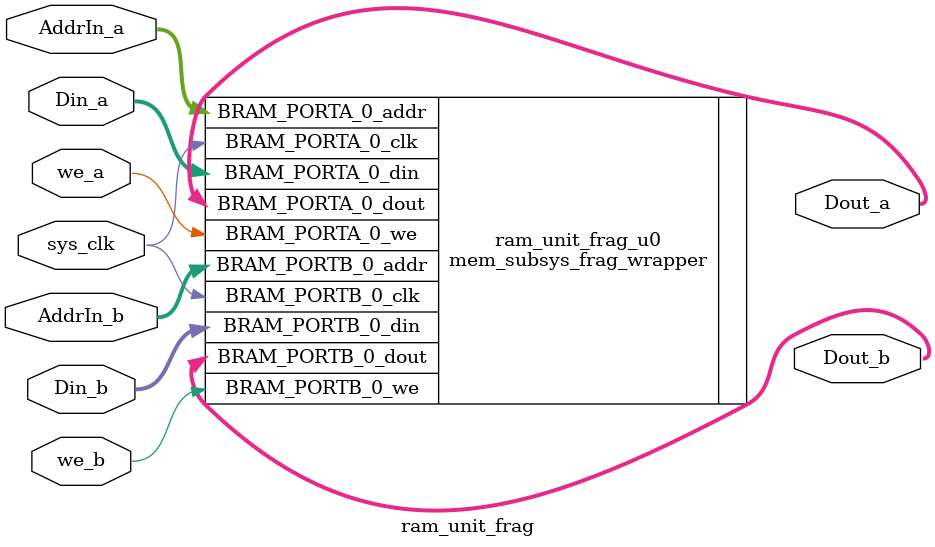
<source format=v>
`include "define.vh"
module column_ram_pc85 #(
	parameter QUAN_SIZE = 4,
	parameter CHECK_PARALLELISM = 85,
	parameter RAM_PORTA_RANGE = 9, // 9 out of RAM_UNIT_MSG_NUM messages are from/to true dual-port of RAM unit port A,
	parameter RAM_PORTB_RANGE = 9, // 8 out of RAM_UNIT_MSG_NUM messages are from/to true dual-port of RAM unit port b, 
	parameter MEM_DEVICE_NUM = 9,
	parameter DEPTH = 1024,
	parameter DATA_WIDTH = 36,
	parameter FRAG_DATA_WIDTH = 16,
	parameter ADDR_WIDTH = $clog2(DEPTH)
) (
	output wire [QUAN_SIZE-1:0] first_dout_0,
	output wire [QUAN_SIZE-1:0] first_dout_1,
	output wire [QUAN_SIZE-1:0] first_dout_2,
	output wire [QUAN_SIZE-1:0] first_dout_3,
	output wire [QUAN_SIZE-1:0] first_dout_4,
	output wire [QUAN_SIZE-1:0] first_dout_5,
	output wire [QUAN_SIZE-1:0] first_dout_6,
	output wire [QUAN_SIZE-1:0] first_dout_7,
	output wire [QUAN_SIZE-1:0] first_dout_8,
	output wire [QUAN_SIZE-1:0] first_dout_9,
	output wire [QUAN_SIZE-1:0] first_dout_10,
	output wire [QUAN_SIZE-1:0] first_dout_11,
	output wire [QUAN_SIZE-1:0] first_dout_12,
	output wire [QUAN_SIZE-1:0] first_dout_13,
	output wire [QUAN_SIZE-1:0] first_dout_14,
	output wire [QUAN_SIZE-1:0] first_dout_15,
	output wire [QUAN_SIZE-1:0] first_dout_16,
	output wire [QUAN_SIZE-1:0] first_dout_17,
	output wire [QUAN_SIZE-1:0] first_dout_18,
	output wire [QUAN_SIZE-1:0] first_dout_19,
	output wire [QUAN_SIZE-1:0] first_dout_20,
	output wire [QUAN_SIZE-1:0] first_dout_21,
	output wire [QUAN_SIZE-1:0] first_dout_22,
	output wire [QUAN_SIZE-1:0] first_dout_23,
	output wire [QUAN_SIZE-1:0] first_dout_24,
	output wire [QUAN_SIZE-1:0] first_dout_25,
	output wire [QUAN_SIZE-1:0] first_dout_26,
	output wire [QUAN_SIZE-1:0] first_dout_27,
	output wire [QUAN_SIZE-1:0] first_dout_28,
	output wire [QUAN_SIZE-1:0] first_dout_29,
	output wire [QUAN_SIZE-1:0] first_dout_30,
	output wire [QUAN_SIZE-1:0] first_dout_31,
	output wire [QUAN_SIZE-1:0] first_dout_32,
	output wire [QUAN_SIZE-1:0] first_dout_33,
	output wire [QUAN_SIZE-1:0] first_dout_34,
	output wire [QUAN_SIZE-1:0] first_dout_35,
	output wire [QUAN_SIZE-1:0] first_dout_36,
	output wire [QUAN_SIZE-1:0] first_dout_37,
	output wire [QUAN_SIZE-1:0] first_dout_38,
	output wire [QUAN_SIZE-1:0] first_dout_39,
	output wire [QUAN_SIZE-1:0] first_dout_40,
	output wire [QUAN_SIZE-1:0] first_dout_41,
	output wire [QUAN_SIZE-1:0] first_dout_42,
	output wire [QUAN_SIZE-1:0] first_dout_43,
	output wire [QUAN_SIZE-1:0] first_dout_44,
	output wire [QUAN_SIZE-1:0] first_dout_45,
	output wire [QUAN_SIZE-1:0] first_dout_46,
	output wire [QUAN_SIZE-1:0] first_dout_47,
	output wire [QUAN_SIZE-1:0] first_dout_48,
	output wire [QUAN_SIZE-1:0] first_dout_49,
	output wire [QUAN_SIZE-1:0] first_dout_50,
	output wire [QUAN_SIZE-1:0] first_dout_51,
	output wire [QUAN_SIZE-1:0] first_dout_52,
	output wire [QUAN_SIZE-1:0] first_dout_53,
	output wire [QUAN_SIZE-1:0] first_dout_54,
	output wire [QUAN_SIZE-1:0] first_dout_55,
	output wire [QUAN_SIZE-1:0] first_dout_56,
	output wire [QUAN_SIZE-1:0] first_dout_57,
	output wire [QUAN_SIZE-1:0] first_dout_58,
	output wire [QUAN_SIZE-1:0] first_dout_59,
	output wire [QUAN_SIZE-1:0] first_dout_60,
	output wire [QUAN_SIZE-1:0] first_dout_61,
	output wire [QUAN_SIZE-1:0] first_dout_62,
	output wire [QUAN_SIZE-1:0] first_dout_63,
	output wire [QUAN_SIZE-1:0] first_dout_64,
	output wire [QUAN_SIZE-1:0] first_dout_65,
	output wire [QUAN_SIZE-1:0] first_dout_66,
	output wire [QUAN_SIZE-1:0] first_dout_67,
	output wire [QUAN_SIZE-1:0] first_dout_68,
	output wire [QUAN_SIZE-1:0] first_dout_69,
	output wire [QUAN_SIZE-1:0] first_dout_70,
	output wire [QUAN_SIZE-1:0] first_dout_71,
	output wire [QUAN_SIZE-1:0] first_dout_72,
	output wire [QUAN_SIZE-1:0] first_dout_73,
	output wire [QUAN_SIZE-1:0] first_dout_74,
	output wire [QUAN_SIZE-1:0] first_dout_75,
	output wire [QUAN_SIZE-1:0] first_dout_76,
	output wire [QUAN_SIZE-1:0] first_dout_77,
	output wire [QUAN_SIZE-1:0] first_dout_78,
	output wire [QUAN_SIZE-1:0] first_dout_79,
	output wire [QUAN_SIZE-1:0] first_dout_80,
	output wire [QUAN_SIZE-1:0] first_dout_81,
	output wire [QUAN_SIZE-1:0] first_dout_82,
	output wire [QUAN_SIZE-1:0] first_dout_83,
	output wire [QUAN_SIZE-1:0] first_dout_84,

	output wire [QUAN_SIZE-1:0] second_dout_0,
	output wire [QUAN_SIZE-1:0] second_dout_1,
	output wire [QUAN_SIZE-1:0] second_dout_2,
	output wire [QUAN_SIZE-1:0] second_dout_3,
	output wire [QUAN_SIZE-1:0] second_dout_4,
	output wire [QUAN_SIZE-1:0] second_dout_5,
	output wire [QUAN_SIZE-1:0] second_dout_6,
	output wire [QUAN_SIZE-1:0] second_dout_7,
	output wire [QUAN_SIZE-1:0] second_dout_8,
	output wire [QUAN_SIZE-1:0] second_dout_9,
	output wire [QUAN_SIZE-1:0] second_dout_10,
	output wire [QUAN_SIZE-1:0] second_dout_11,
	output wire [QUAN_SIZE-1:0] second_dout_12,
	output wire [QUAN_SIZE-1:0] second_dout_13,
	output wire [QUAN_SIZE-1:0] second_dout_14,
	output wire [QUAN_SIZE-1:0] second_dout_15,
	output wire [QUAN_SIZE-1:0] second_dout_16,
	output wire [QUAN_SIZE-1:0] second_dout_17,
	output wire [QUAN_SIZE-1:0] second_dout_18,
	output wire [QUAN_SIZE-1:0] second_dout_19,
	output wire [QUAN_SIZE-1:0] second_dout_20,
	output wire [QUAN_SIZE-1:0] second_dout_21,
	output wire [QUAN_SIZE-1:0] second_dout_22,
	output wire [QUAN_SIZE-1:0] second_dout_23,
	output wire [QUAN_SIZE-1:0] second_dout_24,
	output wire [QUAN_SIZE-1:0] second_dout_25,
	output wire [QUAN_SIZE-1:0] second_dout_26,
	output wire [QUAN_SIZE-1:0] second_dout_27,
	output wire [QUAN_SIZE-1:0] second_dout_28,
	output wire [QUAN_SIZE-1:0] second_dout_29,
	output wire [QUAN_SIZE-1:0] second_dout_30,
	output wire [QUAN_SIZE-1:0] second_dout_31,
	output wire [QUAN_SIZE-1:0] second_dout_32,
	output wire [QUAN_SIZE-1:0] second_dout_33,
	output wire [QUAN_SIZE-1:0] second_dout_34,
	output wire [QUAN_SIZE-1:0] second_dout_35,
	output wire [QUAN_SIZE-1:0] second_dout_36,
	output wire [QUAN_SIZE-1:0] second_dout_37,
	output wire [QUAN_SIZE-1:0] second_dout_38,
	output wire [QUAN_SIZE-1:0] second_dout_39,
	output wire [QUAN_SIZE-1:0] second_dout_40,
	output wire [QUAN_SIZE-1:0] second_dout_41,
	output wire [QUAN_SIZE-1:0] second_dout_42,
	output wire [QUAN_SIZE-1:0] second_dout_43,
	output wire [QUAN_SIZE-1:0] second_dout_44,
	output wire [QUAN_SIZE-1:0] second_dout_45,
	output wire [QUAN_SIZE-1:0] second_dout_46,
	output wire [QUAN_SIZE-1:0] second_dout_47,
	output wire [QUAN_SIZE-1:0] second_dout_48,
	output wire [QUAN_SIZE-1:0] second_dout_49,
	output wire [QUAN_SIZE-1:0] second_dout_50,
	output wire [QUAN_SIZE-1:0] second_dout_51,
	output wire [QUAN_SIZE-1:0] second_dout_52,
	output wire [QUAN_SIZE-1:0] second_dout_53,
	output wire [QUAN_SIZE-1:0] second_dout_54,
	output wire [QUAN_SIZE-1:0] second_dout_55,
	output wire [QUAN_SIZE-1:0] second_dout_56,
	output wire [QUAN_SIZE-1:0] second_dout_57,
	output wire [QUAN_SIZE-1:0] second_dout_58,
	output wire [QUAN_SIZE-1:0] second_dout_59,
	output wire [QUAN_SIZE-1:0] second_dout_60,
	output wire [QUAN_SIZE-1:0] second_dout_61,
	output wire [QUAN_SIZE-1:0] second_dout_62,
	output wire [QUAN_SIZE-1:0] second_dout_63,
	output wire [QUAN_SIZE-1:0] second_dout_64,
	output wire [QUAN_SIZE-1:0] second_dout_65,
	output wire [QUAN_SIZE-1:0] second_dout_66,
	output wire [QUAN_SIZE-1:0] second_dout_67,
	output wire [QUAN_SIZE-1:0] second_dout_68,
	output wire [QUAN_SIZE-1:0] second_dout_69,
	output wire [QUAN_SIZE-1:0] second_dout_70,
	output wire [QUAN_SIZE-1:0] second_dout_71,
	output wire [QUAN_SIZE-1:0] second_dout_72,
	output wire [QUAN_SIZE-1:0] second_dout_73,
	output wire [QUAN_SIZE-1:0] second_dout_74,
	output wire [QUAN_SIZE-1:0] second_dout_75,
	output wire [QUAN_SIZE-1:0] second_dout_76,
	output wire [QUAN_SIZE-1:0] second_dout_77,
	output wire [QUAN_SIZE-1:0] second_dout_78,
	output wire [QUAN_SIZE-1:0] second_dout_79,
	output wire [QUAN_SIZE-1:0] second_dout_80,
	output wire [QUAN_SIZE-1:0] second_dout_81,
	output wire [QUAN_SIZE-1:0] second_dout_82,
	output wire [QUAN_SIZE-1:0] second_dout_83,
	output wire [QUAN_SIZE-1:0] second_dout_84,

	input wire [QUAN_SIZE-1:0] first_din_0,
	input wire [QUAN_SIZE-1:0] first_din_1,
	input wire [QUAN_SIZE-1:0] first_din_2,
	input wire [QUAN_SIZE-1:0] first_din_3,
	input wire [QUAN_SIZE-1:0] first_din_4,
	input wire [QUAN_SIZE-1:0] first_din_5,
	input wire [QUAN_SIZE-1:0] first_din_6,
	input wire [QUAN_SIZE-1:0] first_din_7,
	input wire [QUAN_SIZE-1:0] first_din_8,
	input wire [QUAN_SIZE-1:0] first_din_9,
	input wire [QUAN_SIZE-1:0] first_din_10,
	input wire [QUAN_SIZE-1:0] first_din_11,
	input wire [QUAN_SIZE-1:0] first_din_12,
	input wire [QUAN_SIZE-1:0] first_din_13,
	input wire [QUAN_SIZE-1:0] first_din_14,
	input wire [QUAN_SIZE-1:0] first_din_15,
	input wire [QUAN_SIZE-1:0] first_din_16,
	input wire [QUAN_SIZE-1:0] first_din_17,
	input wire [QUAN_SIZE-1:0] first_din_18,
	input wire [QUAN_SIZE-1:0] first_din_19,
	input wire [QUAN_SIZE-1:0] first_din_20,
	input wire [QUAN_SIZE-1:0] first_din_21,
	input wire [QUAN_SIZE-1:0] first_din_22,
	input wire [QUAN_SIZE-1:0] first_din_23,
	input wire [QUAN_SIZE-1:0] first_din_24,
	input wire [QUAN_SIZE-1:0] first_din_25,
	input wire [QUAN_SIZE-1:0] first_din_26,
	input wire [QUAN_SIZE-1:0] first_din_27,
	input wire [QUAN_SIZE-1:0] first_din_28,
	input wire [QUAN_SIZE-1:0] first_din_29,
	input wire [QUAN_SIZE-1:0] first_din_30,
	input wire [QUAN_SIZE-1:0] first_din_31,
	input wire [QUAN_SIZE-1:0] first_din_32,
	input wire [QUAN_SIZE-1:0] first_din_33,
	input wire [QUAN_SIZE-1:0] first_din_34,
	input wire [QUAN_SIZE-1:0] first_din_35,
	input wire [QUAN_SIZE-1:0] first_din_36,
	input wire [QUAN_SIZE-1:0] first_din_37,
	input wire [QUAN_SIZE-1:0] first_din_38,
	input wire [QUAN_SIZE-1:0] first_din_39,
	input wire [QUAN_SIZE-1:0] first_din_40,
	input wire [QUAN_SIZE-1:0] first_din_41,
	input wire [QUAN_SIZE-1:0] first_din_42,
	input wire [QUAN_SIZE-1:0] first_din_43,
	input wire [QUAN_SIZE-1:0] first_din_44,
	input wire [QUAN_SIZE-1:0] first_din_45,
	input wire [QUAN_SIZE-1:0] first_din_46,
	input wire [QUAN_SIZE-1:0] first_din_47,
	input wire [QUAN_SIZE-1:0] first_din_48,
	input wire [QUAN_SIZE-1:0] first_din_49,
	input wire [QUAN_SIZE-1:0] first_din_50,
	input wire [QUAN_SIZE-1:0] first_din_51,
	input wire [QUAN_SIZE-1:0] first_din_52,
	input wire [QUAN_SIZE-1:0] first_din_53,
	input wire [QUAN_SIZE-1:0] first_din_54,
	input wire [QUAN_SIZE-1:0] first_din_55,
	input wire [QUAN_SIZE-1:0] first_din_56,
	input wire [QUAN_SIZE-1:0] first_din_57,
	input wire [QUAN_SIZE-1:0] first_din_58,
	input wire [QUAN_SIZE-1:0] first_din_59,
	input wire [QUAN_SIZE-1:0] first_din_60,
	input wire [QUAN_SIZE-1:0] first_din_61,
	input wire [QUAN_SIZE-1:0] first_din_62,
	input wire [QUAN_SIZE-1:0] first_din_63,
	input wire [QUAN_SIZE-1:0] first_din_64,
	input wire [QUAN_SIZE-1:0] first_din_65,
	input wire [QUAN_SIZE-1:0] first_din_66,
	input wire [QUAN_SIZE-1:0] first_din_67,
	input wire [QUAN_SIZE-1:0] first_din_68,
	input wire [QUAN_SIZE-1:0] first_din_69,
	input wire [QUAN_SIZE-1:0] first_din_70,
	input wire [QUAN_SIZE-1:0] first_din_71,
	input wire [QUAN_SIZE-1:0] first_din_72,
	input wire [QUAN_SIZE-1:0] first_din_73,
	input wire [QUAN_SIZE-1:0] first_din_74,
	input wire [QUAN_SIZE-1:0] first_din_75,
	input wire [QUAN_SIZE-1:0] first_din_76,
	input wire [QUAN_SIZE-1:0] first_din_77,
	input wire [QUAN_SIZE-1:0] first_din_78,
	input wire [QUAN_SIZE-1:0] first_din_79,
	input wire [QUAN_SIZE-1:0] first_din_80,
	input wire [QUAN_SIZE-1:0] first_din_81,
	input wire [QUAN_SIZE-1:0] first_din_82,
	input wire [QUAN_SIZE-1:0] first_din_83,
	input wire [QUAN_SIZE-1:0] first_din_84,

	input wire [QUAN_SIZE-1:0] second_din_0,
	input wire [QUAN_SIZE-1:0] second_din_1,
	input wire [QUAN_SIZE-1:0] second_din_2,
	input wire [QUAN_SIZE-1:0] second_din_3,
	input wire [QUAN_SIZE-1:0] second_din_4,
	input wire [QUAN_SIZE-1:0] second_din_5,
	input wire [QUAN_SIZE-1:0] second_din_6,
	input wire [QUAN_SIZE-1:0] second_din_7,
	input wire [QUAN_SIZE-1:0] second_din_8,
	input wire [QUAN_SIZE-1:0] second_din_9,
	input wire [QUAN_SIZE-1:0] second_din_10,
	input wire [QUAN_SIZE-1:0] second_din_11,
	input wire [QUAN_SIZE-1:0] second_din_12,
	input wire [QUAN_SIZE-1:0] second_din_13,
	input wire [QUAN_SIZE-1:0] second_din_14,
	input wire [QUAN_SIZE-1:0] second_din_15,
	input wire [QUAN_SIZE-1:0] second_din_16,
	input wire [QUAN_SIZE-1:0] second_din_17,
	input wire [QUAN_SIZE-1:0] second_din_18,
	input wire [QUAN_SIZE-1:0] second_din_19,
	input wire [QUAN_SIZE-1:0] second_din_20,
	input wire [QUAN_SIZE-1:0] second_din_21,
	input wire [QUAN_SIZE-1:0] second_din_22,
	input wire [QUAN_SIZE-1:0] second_din_23,
	input wire [QUAN_SIZE-1:0] second_din_24,
	input wire [QUAN_SIZE-1:0] second_din_25,
	input wire [QUAN_SIZE-1:0] second_din_26,
	input wire [QUAN_SIZE-1:0] second_din_27,
	input wire [QUAN_SIZE-1:0] second_din_28,
	input wire [QUAN_SIZE-1:0] second_din_29,
	input wire [QUAN_SIZE-1:0] second_din_30,
	input wire [QUAN_SIZE-1:0] second_din_31,
	input wire [QUAN_SIZE-1:0] second_din_32,
	input wire [QUAN_SIZE-1:0] second_din_33,
	input wire [QUAN_SIZE-1:0] second_din_34,
	input wire [QUAN_SIZE-1:0] second_din_35,
	input wire [QUAN_SIZE-1:0] second_din_36,
	input wire [QUAN_SIZE-1:0] second_din_37,
	input wire [QUAN_SIZE-1:0] second_din_38,
	input wire [QUAN_SIZE-1:0] second_din_39,
	input wire [QUAN_SIZE-1:0] second_din_40,
	input wire [QUAN_SIZE-1:0] second_din_41,
	input wire [QUAN_SIZE-1:0] second_din_42,
	input wire [QUAN_SIZE-1:0] second_din_43,
	input wire [QUAN_SIZE-1:0] second_din_44,
	input wire [QUAN_SIZE-1:0] second_din_45,
	input wire [QUAN_SIZE-1:0] second_din_46,
	input wire [QUAN_SIZE-1:0] second_din_47,
	input wire [QUAN_SIZE-1:0] second_din_48,
	input wire [QUAN_SIZE-1:0] second_din_49,
	input wire [QUAN_SIZE-1:0] second_din_50,
	input wire [QUAN_SIZE-1:0] second_din_51,
	input wire [QUAN_SIZE-1:0] second_din_52,
	input wire [QUAN_SIZE-1:0] second_din_53,
	input wire [QUAN_SIZE-1:0] second_din_54,
	input wire [QUAN_SIZE-1:0] second_din_55,
	input wire [QUAN_SIZE-1:0] second_din_56,
	input wire [QUAN_SIZE-1:0] second_din_57,
	input wire [QUAN_SIZE-1:0] second_din_58,
	input wire [QUAN_SIZE-1:0] second_din_59,
	input wire [QUAN_SIZE-1:0] second_din_60,
	input wire [QUAN_SIZE-1:0] second_din_61,
	input wire [QUAN_SIZE-1:0] second_din_62,
	input wire [QUAN_SIZE-1:0] second_din_63,
	input wire [QUAN_SIZE-1:0] second_din_64,
	input wire [QUAN_SIZE-1:0] second_din_65,
	input wire [QUAN_SIZE-1:0] second_din_66,
	input wire [QUAN_SIZE-1:0] second_din_67,
	input wire [QUAN_SIZE-1:0] second_din_68,
	input wire [QUAN_SIZE-1:0] second_din_69,
	input wire [QUAN_SIZE-1:0] second_din_70,
	input wire [QUAN_SIZE-1:0] second_din_71,
	input wire [QUAN_SIZE-1:0] second_din_72,
	input wire [QUAN_SIZE-1:0] second_din_73,
	input wire [QUAN_SIZE-1:0] second_din_74,
	input wire [QUAN_SIZE-1:0] second_din_75,
	input wire [QUAN_SIZE-1:0] second_din_76,
	input wire [QUAN_SIZE-1:0] second_din_77,
	input wire [QUAN_SIZE-1:0] second_din_78,
	input wire [QUAN_SIZE-1:0] second_din_79,
	input wire [QUAN_SIZE-1:0] second_din_80,
	input wire [QUAN_SIZE-1:0] second_din_81,
	input wire [QUAN_SIZE-1:0] second_din_82,
	input wire [QUAN_SIZE-1:0] second_din_83,
	input wire [QUAN_SIZE-1:0] second_din_84,

	input wire [ADDR_WIDTH-1:0] sync_addr_0,
	input wire [ADDR_WIDTH-1:0] sync_addr_1,
	input wire [1:0] we, // [0]: check; [1]: variable
	input wire sys_clk
);

wire [QUAN_SIZE-1:0] dout_reg_0 [0:CHECK_PARALLELISM-1];
wire [QUAN_SIZE-1:0] din_reg_0 [0:CHECK_PARALLELISM-1];
wire [QUAN_SIZE-1:0] dout_reg_1 [0:CHECK_PARALLELISM-1];
wire [QUAN_SIZE-1:0] din_reg_1 [0:CHECK_PARALLELISM-1];
genvar i;
generate
	for(i=0;i<MEM_DEVICE_NUM;i=i+1) begin : mem_device_inst
		ram_unit #(
			.DEPTH (DEPTH), //1024
			.DATA_WIDTH (DATA_WIDTH), //36
			.ADDR_WIDTH  (ADDR_WIDTH )  //$clog2(DEPTH)
		) ram_unit_u0(
			.Dout_a ({dout_reg_0[i*RAM_PORTA_RANGE], 
					 dout_reg_0[i*RAM_PORTA_RANGE+1], 
					 dout_reg_0[i*RAM_PORTA_RANGE+2], 
					 dout_reg_0[i*RAM_PORTA_RANGE+3], 
					 dout_reg_0[i*RAM_PORTA_RANGE+4], 
					 dout_reg_0[i*RAM_PORTA_RANGE+5], 
					 dout_reg_0[i*RAM_PORTA_RANGE+6], 
					 dout_reg_0[i*RAM_PORTA_RANGE+7], 
					 dout_reg_0[i*RAM_PORTA_RANGE+8]
					 }
			),
			.Dout_b ({dout_reg_1[i*RAM_PORTA_RANGE], 
					 dout_reg_1[i*RAM_PORTA_RANGE+1], 
					 dout_reg_1[i*RAM_PORTA_RANGE+2], 
					 dout_reg_1[i*RAM_PORTA_RANGE+3], 
					 dout_reg_1[i*RAM_PORTA_RANGE+4], 
					 dout_reg_1[i*RAM_PORTA_RANGE+5], 
					 dout_reg_1[i*RAM_PORTA_RANGE+6], 
					 dout_reg_1[i*RAM_PORTA_RANGE+7], 
					 dout_reg_1[i*RAM_PORTA_RANGE+8]
					 }
			),	

			.Din_a ({din_reg_0[i*RAM_PORTA_RANGE], 
					 din_reg_0[i*RAM_PORTA_RANGE+1], 
					 din_reg_0[i*RAM_PORTA_RANGE+2], 
					 din_reg_0[i*RAM_PORTA_RANGE+3], 
					 din_reg_0[i*RAM_PORTA_RANGE+4], 
					 din_reg_0[i*RAM_PORTA_RANGE+5], 
					 din_reg_0[i*RAM_PORTA_RANGE+6], 
					 din_reg_0[i*RAM_PORTA_RANGE+7], 
					 din_reg_0[i*RAM_PORTA_RANGE+8]
					 }
			),
			.Din_b ({din_reg_1[i*RAM_PORTA_RANGE], 
					 din_reg_1[i*RAM_PORTA_RANGE+1], 
					 din_reg_1[i*RAM_PORTA_RANGE+2], 
					 din_reg_1[i*RAM_PORTA_RANGE+3], 
					 din_reg_1[i*RAM_PORTA_RANGE+4], 
					 din_reg_1[i*RAM_PORTA_RANGE+5], 
					 din_reg_1[i*RAM_PORTA_RANGE+6], 
					 din_reg_1[i*RAM_PORTA_RANGE+7], 
					 din_reg_1[i*RAM_PORTA_RANGE+8]
					 }
			),				

			.AddrIn_a (sync_addr_0[ADDR_WIDTH-1:0]),
			.AddrIn_b (sync_addr_1[ADDR_WIDTH-1:0]),
			.we_a (we[0]),
			.we_b (we[1]),
			.sys_clk (sys_clk)
		);
	end
endgenerate

ram_unit_frag #(
	.DEPTH (DEPTH), //1024
	.DATA_WIDTH (FRAG_DATA_WIDTH), //16
	.ADDR_WIDTH  (ADDR_WIDTH )  //$clog2(DEPTH)
) ram_unit_frag_u0(
	.Dout_a ({dout_reg_0[CHECK_PARALLELISM-4], dout_reg_0[CHECK_PARALLELISM-3], dout_reg_0[CHECK_PARALLELISM-2], dout_reg_0[CHECK_PARALLELISM-1]}),
	.Dout_b ({dout_reg_1[CHECK_PARALLELISM-4], dout_reg_1[CHECK_PARALLELISM-3], dout_reg_1[CHECK_PARALLELISM-2], dout_reg_1[CHECK_PARALLELISM-1]}),

	.Din_a ({din_reg_0[CHECK_PARALLELISM-4], din_reg_0[CHECK_PARALLELISM-3], din_reg_0[CHECK_PARALLELISM-2], din_reg_0[CHECK_PARALLELISM-1]}),
	.Din_b ({din_reg_1[CHECK_PARALLELISM-4], din_reg_1[CHECK_PARALLELISM-3], din_reg_1[CHECK_PARALLELISM-2], din_reg_1[CHECK_PARALLELISM-1]}),

	.AddrIn_a (sync_addr_0[ADDR_WIDTH-1:0]),
	.AddrIn_b (sync_addr_1[ADDR_WIDTH-1:0]),
	.we_a (we[0]),
	.we_b (we[1]),
	.sys_clk (sys_clk)
);

assign first_dout_0[QUAN_SIZE-1:0 ] = dout_reg_0[0 ];
assign first_dout_1[QUAN_SIZE-1:0 ] = dout_reg_0[1 ];
assign first_dout_2[QUAN_SIZE-1:0 ] = dout_reg_0[2 ];
assign first_dout_3[QUAN_SIZE-1:0 ] = dout_reg_0[3 ];
assign first_dout_4[QUAN_SIZE-1:0 ] = dout_reg_0[4 ];
assign first_dout_5[QUAN_SIZE-1:0 ] = dout_reg_0[5 ];
assign first_dout_6[QUAN_SIZE-1:0 ] = dout_reg_0[6 ];
assign first_dout_7[QUAN_SIZE-1:0 ] = dout_reg_0[7 ];
assign first_dout_8[QUAN_SIZE-1:0 ] = dout_reg_0[8 ];
assign first_dout_9[QUAN_SIZE-1:0 ] = dout_reg_0[9 ];
assign first_dout_10[QUAN_SIZE-1:0] = dout_reg_0[10];
assign first_dout_11[QUAN_SIZE-1:0] = dout_reg_0[11];
assign first_dout_12[QUAN_SIZE-1:0] = dout_reg_0[12];
assign first_dout_13[QUAN_SIZE-1:0] = dout_reg_0[13];
assign first_dout_14[QUAN_SIZE-1:0] = dout_reg_0[14];
assign first_dout_15[QUAN_SIZE-1:0] = dout_reg_0[15];
assign first_dout_16[QUAN_SIZE-1:0] = dout_reg_0[16];
assign first_dout_17[QUAN_SIZE-1:0] = dout_reg_0[17];
assign first_dout_18[QUAN_SIZE-1:0] = dout_reg_0[18];
assign first_dout_19[QUAN_SIZE-1:0] = dout_reg_0[19];
assign first_dout_20[QUAN_SIZE-1:0] = dout_reg_0[20];
assign first_dout_21[QUAN_SIZE-1:0] = dout_reg_0[21];
assign first_dout_22[QUAN_SIZE-1:0] = dout_reg_0[22];
assign first_dout_23[QUAN_SIZE-1:0] = dout_reg_0[23];
assign first_dout_24[QUAN_SIZE-1:0] = dout_reg_0[24];
assign first_dout_25[QUAN_SIZE-1:0] = dout_reg_0[25];
assign first_dout_26[QUAN_SIZE-1:0] = dout_reg_0[26];
assign first_dout_27[QUAN_SIZE-1:0] = dout_reg_0[27];
assign first_dout_28[QUAN_SIZE-1:0] = dout_reg_0[28];
assign first_dout_29[QUAN_SIZE-1:0] = dout_reg_0[29];
assign first_dout_30[QUAN_SIZE-1:0] = dout_reg_0[30];
assign first_dout_31[QUAN_SIZE-1:0] = dout_reg_0[31];
assign first_dout_32[QUAN_SIZE-1:0] = dout_reg_0[32];
assign first_dout_33[QUAN_SIZE-1:0] = dout_reg_0[33];
assign first_dout_34[QUAN_SIZE-1:0] = dout_reg_0[34];
assign first_dout_35[QUAN_SIZE-1:0] = dout_reg_0[35];
assign first_dout_36[QUAN_SIZE-1:0] = dout_reg_0[36];
assign first_dout_37[QUAN_SIZE-1:0] = dout_reg_0[37];
assign first_dout_38[QUAN_SIZE-1:0] = dout_reg_0[38];
assign first_dout_39[QUAN_SIZE-1:0] = dout_reg_0[39];
assign first_dout_40[QUAN_SIZE-1:0] = dout_reg_0[40];
assign first_dout_41[QUAN_SIZE-1:0] = dout_reg_0[41];
assign first_dout_42[QUAN_SIZE-1:0] = dout_reg_0[42];
assign first_dout_43[QUAN_SIZE-1:0] = dout_reg_0[43];
assign first_dout_44[QUAN_SIZE-1:0] = dout_reg_0[44];
assign first_dout_45[QUAN_SIZE-1:0] = dout_reg_0[45];
assign first_dout_46[QUAN_SIZE-1:0] = dout_reg_0[46];
assign first_dout_47[QUAN_SIZE-1:0] = dout_reg_0[47];
assign first_dout_48[QUAN_SIZE-1:0] = dout_reg_0[48];
assign first_dout_49[QUAN_SIZE-1:0] = dout_reg_0[49];
assign first_dout_50[QUAN_SIZE-1:0] = dout_reg_0[50];
assign first_dout_51[QUAN_SIZE-1:0] = dout_reg_0[51];
assign first_dout_52[QUAN_SIZE-1:0] = dout_reg_0[52];
assign first_dout_53[QUAN_SIZE-1:0] = dout_reg_0[53];
assign first_dout_54[QUAN_SIZE-1:0] = dout_reg_0[54];
assign first_dout_55[QUAN_SIZE-1:0] = dout_reg_0[55];
assign first_dout_56[QUAN_SIZE-1:0] = dout_reg_0[56];
assign first_dout_57[QUAN_SIZE-1:0] = dout_reg_0[57];
assign first_dout_58[QUAN_SIZE-1:0] = dout_reg_0[58];
assign first_dout_59[QUAN_SIZE-1:0] = dout_reg_0[59];
assign first_dout_60[QUAN_SIZE-1:0] = dout_reg_0[60];
assign first_dout_61[QUAN_SIZE-1:0] = dout_reg_0[61];
assign first_dout_62[QUAN_SIZE-1:0] = dout_reg_0[62];
assign first_dout_63[QUAN_SIZE-1:0] = dout_reg_0[63];
assign first_dout_64[QUAN_SIZE-1:0] = dout_reg_0[64];
assign first_dout_65[QUAN_SIZE-1:0] = dout_reg_0[65];
assign first_dout_66[QUAN_SIZE-1:0] = dout_reg_0[66];
assign first_dout_67[QUAN_SIZE-1:0] = dout_reg_0[67];
assign first_dout_68[QUAN_SIZE-1:0] = dout_reg_0[68];
assign first_dout_69[QUAN_SIZE-1:0] = dout_reg_0[69];
assign first_dout_70[QUAN_SIZE-1:0] = dout_reg_0[70];
assign first_dout_71[QUAN_SIZE-1:0] = dout_reg_0[71];
assign first_dout_72[QUAN_SIZE-1:0] = dout_reg_0[72];
assign first_dout_73[QUAN_SIZE-1:0] = dout_reg_0[73];
assign first_dout_74[QUAN_SIZE-1:0] = dout_reg_0[74];
assign first_dout_75[QUAN_SIZE-1:0] = dout_reg_0[75];
assign first_dout_76[QUAN_SIZE-1:0] = dout_reg_0[76];
assign first_dout_77[QUAN_SIZE-1:0] = dout_reg_0[77];
assign first_dout_78[QUAN_SIZE-1:0] = dout_reg_0[78];
assign first_dout_79[QUAN_SIZE-1:0] = dout_reg_0[79];
assign first_dout_80[QUAN_SIZE-1:0] = dout_reg_0[80];
assign first_dout_81[QUAN_SIZE-1:0] = dout_reg_0[81];
assign first_dout_82[QUAN_SIZE-1:0] = dout_reg_0[82];
assign first_dout_83[QUAN_SIZE-1:0] = dout_reg_0[83];
assign first_dout_84[QUAN_SIZE-1:0] = dout_reg_0[84];

assign second_dout_0[QUAN_SIZE-1:0 ] = dout_reg_1[0 ];
assign second_dout_1[QUAN_SIZE-1:0 ] = dout_reg_1[1 ];
assign second_dout_2[QUAN_SIZE-1:0 ] = dout_reg_1[2 ];
assign second_dout_3[QUAN_SIZE-1:0 ] = dout_reg_1[3 ];
assign second_dout_4[QUAN_SIZE-1:0 ] = dout_reg_1[4 ];
assign second_dout_5[QUAN_SIZE-1:0 ] = dout_reg_1[5 ];
assign second_dout_6[QUAN_SIZE-1:0 ] = dout_reg_1[6 ];
assign second_dout_7[QUAN_SIZE-1:0 ] = dout_reg_1[7 ];
assign second_dout_8[QUAN_SIZE-1:0 ] = dout_reg_1[8 ];
assign second_dout_9[QUAN_SIZE-1:0 ] = dout_reg_1[9 ];
assign second_dout_10[QUAN_SIZE-1:0] = dout_reg_1[10];
assign second_dout_11[QUAN_SIZE-1:0] = dout_reg_1[11];
assign second_dout_12[QUAN_SIZE-1:0] = dout_reg_1[12];
assign second_dout_13[QUAN_SIZE-1:0] = dout_reg_1[13];
assign second_dout_14[QUAN_SIZE-1:0] = dout_reg_1[14];
assign second_dout_15[QUAN_SIZE-1:0] = dout_reg_1[15];
assign second_dout_16[QUAN_SIZE-1:0] = dout_reg_1[16];
assign second_dout_17[QUAN_SIZE-1:0] = dout_reg_1[17];
assign second_dout_18[QUAN_SIZE-1:0] = dout_reg_1[18];
assign second_dout_19[QUAN_SIZE-1:0] = dout_reg_1[19];
assign second_dout_20[QUAN_SIZE-1:0] = dout_reg_1[20];
assign second_dout_21[QUAN_SIZE-1:0] = dout_reg_1[21];
assign second_dout_22[QUAN_SIZE-1:0] = dout_reg_1[22];
assign second_dout_23[QUAN_SIZE-1:0] = dout_reg_1[23];
assign second_dout_24[QUAN_SIZE-1:0] = dout_reg_1[24];
assign second_dout_25[QUAN_SIZE-1:0] = dout_reg_1[25];
assign second_dout_26[QUAN_SIZE-1:0] = dout_reg_1[26];
assign second_dout_27[QUAN_SIZE-1:0] = dout_reg_1[27];
assign second_dout_28[QUAN_SIZE-1:0] = dout_reg_1[28];
assign second_dout_29[QUAN_SIZE-1:0] = dout_reg_1[29];
assign second_dout_30[QUAN_SIZE-1:0] = dout_reg_1[30];
assign second_dout_31[QUAN_SIZE-1:0] = dout_reg_1[31];
assign second_dout_32[QUAN_SIZE-1:0] = dout_reg_1[32];
assign second_dout_33[QUAN_SIZE-1:0] = dout_reg_1[33];
assign second_dout_34[QUAN_SIZE-1:0] = dout_reg_1[34];
assign second_dout_35[QUAN_SIZE-1:0] = dout_reg_1[35];
assign second_dout_36[QUAN_SIZE-1:0] = dout_reg_1[36];
assign second_dout_37[QUAN_SIZE-1:0] = dout_reg_1[37];
assign second_dout_38[QUAN_SIZE-1:0] = dout_reg_1[38];
assign second_dout_39[QUAN_SIZE-1:0] = dout_reg_1[39];
assign second_dout_40[QUAN_SIZE-1:0] = dout_reg_1[40];
assign second_dout_41[QUAN_SIZE-1:0] = dout_reg_1[41];
assign second_dout_42[QUAN_SIZE-1:0] = dout_reg_1[42];
assign second_dout_43[QUAN_SIZE-1:0] = dout_reg_1[43];
assign second_dout_44[QUAN_SIZE-1:0] = dout_reg_1[44];
assign second_dout_45[QUAN_SIZE-1:0] = dout_reg_1[45];
assign second_dout_46[QUAN_SIZE-1:0] = dout_reg_1[46];
assign second_dout_47[QUAN_SIZE-1:0] = dout_reg_1[47];
assign second_dout_48[QUAN_SIZE-1:0] = dout_reg_1[48];
assign second_dout_49[QUAN_SIZE-1:0] = dout_reg_1[49];
assign second_dout_50[QUAN_SIZE-1:0] = dout_reg_1[50];
assign second_dout_51[QUAN_SIZE-1:0] = dout_reg_1[51];
assign second_dout_52[QUAN_SIZE-1:0] = dout_reg_1[52];
assign second_dout_53[QUAN_SIZE-1:0] = dout_reg_1[53];
assign second_dout_54[QUAN_SIZE-1:0] = dout_reg_1[54];
assign second_dout_55[QUAN_SIZE-1:0] = dout_reg_1[55];
assign second_dout_56[QUAN_SIZE-1:0] = dout_reg_1[56];
assign second_dout_57[QUAN_SIZE-1:0] = dout_reg_1[57];
assign second_dout_58[QUAN_SIZE-1:0] = dout_reg_1[58];
assign second_dout_59[QUAN_SIZE-1:0] = dout_reg_1[59];
assign second_dout_60[QUAN_SIZE-1:0] = dout_reg_1[60];
assign second_dout_61[QUAN_SIZE-1:0] = dout_reg_1[61];
assign second_dout_62[QUAN_SIZE-1:0] = dout_reg_1[62];
assign second_dout_63[QUAN_SIZE-1:0] = dout_reg_1[63];
assign second_dout_64[QUAN_SIZE-1:0] = dout_reg_1[64];
assign second_dout_65[QUAN_SIZE-1:0] = dout_reg_1[65];
assign second_dout_66[QUAN_SIZE-1:0] = dout_reg_1[66];
assign second_dout_67[QUAN_SIZE-1:0] = dout_reg_1[67];
assign second_dout_68[QUAN_SIZE-1:0] = dout_reg_1[68];
assign second_dout_69[QUAN_SIZE-1:0] = dout_reg_1[69];
assign second_dout_70[QUAN_SIZE-1:0] = dout_reg_1[70];
assign second_dout_71[QUAN_SIZE-1:0] = dout_reg_1[71];
assign second_dout_72[QUAN_SIZE-1:0] = dout_reg_1[72];
assign second_dout_73[QUAN_SIZE-1:0] = dout_reg_1[73];
assign second_dout_74[QUAN_SIZE-1:0] = dout_reg_1[74];
assign second_dout_75[QUAN_SIZE-1:0] = dout_reg_1[75];
assign second_dout_76[QUAN_SIZE-1:0] = dout_reg_1[76];
assign second_dout_77[QUAN_SIZE-1:0] = dout_reg_1[77];
assign second_dout_78[QUAN_SIZE-1:0] = dout_reg_1[78];
assign second_dout_79[QUAN_SIZE-1:0] = dout_reg_1[79];
assign second_dout_80[QUAN_SIZE-1:0] = dout_reg_1[80];
assign second_dout_81[QUAN_SIZE-1:0] = dout_reg_1[81];
assign second_dout_82[QUAN_SIZE-1:0] = dout_reg_1[82];
assign second_dout_83[QUAN_SIZE-1:0] = dout_reg_1[83];
assign second_dout_84[QUAN_SIZE-1:0] = dout_reg_1[84];

assign din_reg_0[0 ] = first_din_0[QUAN_SIZE-1:0 ];
assign din_reg_0[1 ] = first_din_1[QUAN_SIZE-1:0 ];
assign din_reg_0[2 ] = first_din_2[QUAN_SIZE-1:0 ];
assign din_reg_0[3 ] = first_din_3[QUAN_SIZE-1:0 ];
assign din_reg_0[4 ] = first_din_4[QUAN_SIZE-1:0 ];
assign din_reg_0[5 ] = first_din_5[QUAN_SIZE-1:0 ];
assign din_reg_0[6 ] = first_din_6[QUAN_SIZE-1:0 ];
assign din_reg_0[7 ] = first_din_7[QUAN_SIZE-1:0 ];
assign din_reg_0[8 ] = first_din_8[QUAN_SIZE-1:0 ];
assign din_reg_0[9 ] = first_din_9[QUAN_SIZE-1:0 ];
assign din_reg_0[10] = first_din_10[QUAN_SIZE-1:0];
assign din_reg_0[11] = first_din_11[QUAN_SIZE-1:0];
assign din_reg_0[12] = first_din_12[QUAN_SIZE-1:0];
assign din_reg_0[13] = first_din_13[QUAN_SIZE-1:0];
assign din_reg_0[14] = first_din_14[QUAN_SIZE-1:0];
assign din_reg_0[15] = first_din_15[QUAN_SIZE-1:0];
assign din_reg_0[16] = first_din_16[QUAN_SIZE-1:0];
assign din_reg_0[17] = first_din_17[QUAN_SIZE-1:0];
assign din_reg_0[18] = first_din_18[QUAN_SIZE-1:0];
assign din_reg_0[19] = first_din_19[QUAN_SIZE-1:0];
assign din_reg_0[20] = first_din_20[QUAN_SIZE-1:0];
assign din_reg_0[21] = first_din_21[QUAN_SIZE-1:0];
assign din_reg_0[22] = first_din_22[QUAN_SIZE-1:0];
assign din_reg_0[23] = first_din_23[QUAN_SIZE-1:0];
assign din_reg_0[24] = first_din_24[QUAN_SIZE-1:0];
assign din_reg_0[25] = first_din_25[QUAN_SIZE-1:0];
assign din_reg_0[26] = first_din_26[QUAN_SIZE-1:0];
assign din_reg_0[27] = first_din_27[QUAN_SIZE-1:0];
assign din_reg_0[28] = first_din_28[QUAN_SIZE-1:0];
assign din_reg_0[29] = first_din_29[QUAN_SIZE-1:0];
assign din_reg_0[30] = first_din_30[QUAN_SIZE-1:0];
assign din_reg_0[31] = first_din_31[QUAN_SIZE-1:0];
assign din_reg_0[32] = first_din_32[QUAN_SIZE-1:0];
assign din_reg_0[33] = first_din_33[QUAN_SIZE-1:0];
assign din_reg_0[34] = first_din_34[QUAN_SIZE-1:0];
assign din_reg_0[35] = first_din_35[QUAN_SIZE-1:0];
assign din_reg_0[36] = first_din_36[QUAN_SIZE-1:0];
assign din_reg_0[37] = first_din_37[QUAN_SIZE-1:0];
assign din_reg_0[38] = first_din_38[QUAN_SIZE-1:0];
assign din_reg_0[39] = first_din_39[QUAN_SIZE-1:0];
assign din_reg_0[40] = first_din_40[QUAN_SIZE-1:0];
assign din_reg_0[41] = first_din_41[QUAN_SIZE-1:0];
assign din_reg_0[42] = first_din_42[QUAN_SIZE-1:0];
assign din_reg_0[43] = first_din_43[QUAN_SIZE-1:0];
assign din_reg_0[44] = first_din_44[QUAN_SIZE-1:0];
assign din_reg_0[45] = first_din_45[QUAN_SIZE-1:0];
assign din_reg_0[46] = first_din_46[QUAN_SIZE-1:0];
assign din_reg_0[47] = first_din_47[QUAN_SIZE-1:0];
assign din_reg_0[48] = first_din_48[QUAN_SIZE-1:0];
assign din_reg_0[49] = first_din_49[QUAN_SIZE-1:0];
assign din_reg_0[50] = first_din_50[QUAN_SIZE-1:0];
assign din_reg_0[51] = first_din_51[QUAN_SIZE-1:0];
assign din_reg_0[52] = first_din_52[QUAN_SIZE-1:0];
assign din_reg_0[53] = first_din_53[QUAN_SIZE-1:0];
assign din_reg_0[54] = first_din_54[QUAN_SIZE-1:0];
assign din_reg_0[55] = first_din_55[QUAN_SIZE-1:0];
assign din_reg_0[56] = first_din_56[QUAN_SIZE-1:0];
assign din_reg_0[57] = first_din_57[QUAN_SIZE-1:0];
assign din_reg_0[58] = first_din_58[QUAN_SIZE-1:0];
assign din_reg_0[59] = first_din_59[QUAN_SIZE-1:0];
assign din_reg_0[60] = first_din_60[QUAN_SIZE-1:0];
assign din_reg_0[61] = first_din_61[QUAN_SIZE-1:0];
assign din_reg_0[62] = first_din_62[QUAN_SIZE-1:0];
assign din_reg_0[63] = first_din_63[QUAN_SIZE-1:0];
assign din_reg_0[64] = first_din_64[QUAN_SIZE-1:0];
assign din_reg_0[65] = first_din_65[QUAN_SIZE-1:0];
assign din_reg_0[66] = first_din_66[QUAN_SIZE-1:0];
assign din_reg_0[67] = first_din_67[QUAN_SIZE-1:0];
assign din_reg_0[68] = first_din_68[QUAN_SIZE-1:0];
assign din_reg_0[69] = first_din_69[QUAN_SIZE-1:0];
assign din_reg_0[70] = first_din_70[QUAN_SIZE-1:0];
assign din_reg_0[71] = first_din_71[QUAN_SIZE-1:0];
assign din_reg_0[72] = first_din_72[QUAN_SIZE-1:0];
assign din_reg_0[73] = first_din_73[QUAN_SIZE-1:0];
assign din_reg_0[74] = first_din_74[QUAN_SIZE-1:0];
assign din_reg_0[75] = first_din_75[QUAN_SIZE-1:0];
assign din_reg_0[76] = first_din_76[QUAN_SIZE-1:0];
assign din_reg_0[77] = first_din_77[QUAN_SIZE-1:0];
assign din_reg_0[78] = first_din_78[QUAN_SIZE-1:0];
assign din_reg_0[79] = first_din_79[QUAN_SIZE-1:0];
assign din_reg_0[80] = first_din_80[QUAN_SIZE-1:0];
assign din_reg_0[81] = first_din_81[QUAN_SIZE-1:0];
assign din_reg_0[82] = first_din_82[QUAN_SIZE-1:0];
assign din_reg_0[83] = first_din_83[QUAN_SIZE-1:0];
assign din_reg_0[84] = first_din_84[QUAN_SIZE-1:0];

assign din_reg_1[0 ] = second_din_0[QUAN_SIZE-1:0 ];
assign din_reg_1[1 ] = second_din_1[QUAN_SIZE-1:0 ];
assign din_reg_1[2 ] = second_din_2[QUAN_SIZE-1:0 ];
assign din_reg_1[3 ] = second_din_3[QUAN_SIZE-1:0 ];
assign din_reg_1[4 ] = second_din_4[QUAN_SIZE-1:0 ];
assign din_reg_1[5 ] = second_din_5[QUAN_SIZE-1:0 ];
assign din_reg_1[6 ] = second_din_6[QUAN_SIZE-1:0 ];
assign din_reg_1[7 ] = second_din_7[QUAN_SIZE-1:0 ];
assign din_reg_1[8 ] = second_din_8[QUAN_SIZE-1:0 ];
assign din_reg_1[9 ] = second_din_9[QUAN_SIZE-1:0 ];
assign din_reg_1[10] = second_din_10[QUAN_SIZE-1:0];
assign din_reg_1[11] = second_din_11[QUAN_SIZE-1:0];
assign din_reg_1[12] = second_din_12[QUAN_SIZE-1:0];
assign din_reg_1[13] = second_din_13[QUAN_SIZE-1:0];
assign din_reg_1[14] = second_din_14[QUAN_SIZE-1:0];
assign din_reg_1[15] = second_din_15[QUAN_SIZE-1:0];
assign din_reg_1[16] = second_din_16[QUAN_SIZE-1:0];
assign din_reg_1[17] = second_din_17[QUAN_SIZE-1:0];
assign din_reg_1[18] = second_din_18[QUAN_SIZE-1:0];
assign din_reg_1[19] = second_din_19[QUAN_SIZE-1:0];
assign din_reg_1[20] = second_din_20[QUAN_SIZE-1:0];
assign din_reg_1[21] = second_din_21[QUAN_SIZE-1:0];
assign din_reg_1[22] = second_din_22[QUAN_SIZE-1:0];
assign din_reg_1[23] = second_din_23[QUAN_SIZE-1:0];
assign din_reg_1[24] = second_din_24[QUAN_SIZE-1:0];
assign din_reg_1[25] = second_din_25[QUAN_SIZE-1:0];
assign din_reg_1[26] = second_din_26[QUAN_SIZE-1:0];
assign din_reg_1[27] = second_din_27[QUAN_SIZE-1:0];
assign din_reg_1[28] = second_din_28[QUAN_SIZE-1:0];
assign din_reg_1[29] = second_din_29[QUAN_SIZE-1:0];
assign din_reg_1[30] = second_din_30[QUAN_SIZE-1:0];
assign din_reg_1[31] = second_din_31[QUAN_SIZE-1:0];
assign din_reg_1[32] = second_din_32[QUAN_SIZE-1:0];
assign din_reg_1[33] = second_din_33[QUAN_SIZE-1:0];
assign din_reg_1[34] = second_din_34[QUAN_SIZE-1:0];
assign din_reg_1[35] = second_din_35[QUAN_SIZE-1:0];
assign din_reg_1[36] = second_din_36[QUAN_SIZE-1:0];
assign din_reg_1[37] = second_din_37[QUAN_SIZE-1:0];
assign din_reg_1[38] = second_din_38[QUAN_SIZE-1:0];
assign din_reg_1[39] = second_din_39[QUAN_SIZE-1:0];
assign din_reg_1[40] = second_din_40[QUAN_SIZE-1:0];
assign din_reg_1[41] = second_din_41[QUAN_SIZE-1:0];
assign din_reg_1[42] = second_din_42[QUAN_SIZE-1:0];
assign din_reg_1[43] = second_din_43[QUAN_SIZE-1:0];
assign din_reg_1[44] = second_din_44[QUAN_SIZE-1:0];
assign din_reg_1[45] = second_din_45[QUAN_SIZE-1:0];
assign din_reg_1[46] = second_din_46[QUAN_SIZE-1:0];
assign din_reg_1[47] = second_din_47[QUAN_SIZE-1:0];
assign din_reg_1[48] = second_din_48[QUAN_SIZE-1:0];
assign din_reg_1[49] = second_din_49[QUAN_SIZE-1:0];
assign din_reg_1[50] = second_din_50[QUAN_SIZE-1:0];
assign din_reg_1[51] = second_din_51[QUAN_SIZE-1:0];
assign din_reg_1[52] = second_din_52[QUAN_SIZE-1:0];
assign din_reg_1[53] = second_din_53[QUAN_SIZE-1:0];
assign din_reg_1[54] = second_din_54[QUAN_SIZE-1:0];
assign din_reg_1[55] = second_din_55[QUAN_SIZE-1:0];
assign din_reg_1[56] = second_din_56[QUAN_SIZE-1:0];
assign din_reg_1[57] = second_din_57[QUAN_SIZE-1:0];
assign din_reg_1[58] = second_din_58[QUAN_SIZE-1:0];
assign din_reg_1[59] = second_din_59[QUAN_SIZE-1:0];
assign din_reg_1[60] = second_din_60[QUAN_SIZE-1:0];
assign din_reg_1[61] = second_din_61[QUAN_SIZE-1:0];
assign din_reg_1[62] = second_din_62[QUAN_SIZE-1:0];
assign din_reg_1[63] = second_din_63[QUAN_SIZE-1:0];
assign din_reg_1[64] = second_din_64[QUAN_SIZE-1:0];
assign din_reg_1[65] = second_din_65[QUAN_SIZE-1:0];
assign din_reg_1[66] = second_din_66[QUAN_SIZE-1:0];
assign din_reg_1[67] = second_din_67[QUAN_SIZE-1:0];
assign din_reg_1[68] = second_din_68[QUAN_SIZE-1:0];
assign din_reg_1[69] = second_din_69[QUAN_SIZE-1:0];
assign din_reg_1[70] = second_din_70[QUAN_SIZE-1:0];
assign din_reg_1[71] = second_din_71[QUAN_SIZE-1:0];
assign din_reg_1[72] = second_din_72[QUAN_SIZE-1:0];
assign din_reg_1[73] = second_din_73[QUAN_SIZE-1:0];
assign din_reg_1[74] = second_din_74[QUAN_SIZE-1:0];
assign din_reg_1[75] = second_din_75[QUAN_SIZE-1:0];
assign din_reg_1[76] = second_din_76[QUAN_SIZE-1:0];
assign din_reg_1[77] = second_din_77[QUAN_SIZE-1:0];
assign din_reg_1[78] = second_din_78[QUAN_SIZE-1:0];
assign din_reg_1[79] = second_din_79[QUAN_SIZE-1:0];
assign din_reg_1[80] = second_din_80[QUAN_SIZE-1:0];
assign din_reg_1[81] = second_din_81[QUAN_SIZE-1:0];
assign din_reg_1[82] = second_din_82[QUAN_SIZE-1:0];
assign din_reg_1[83] = second_din_83[QUAN_SIZE-1:0];
assign din_reg_1[84] = second_din_84[QUAN_SIZE-1:0];
endmodule

module ram_unit #(
	parameter DEPTH = 1024,
	parameter DATA_WIDTH = 36,
	parameter ADDR_WIDTH = $clog2(DEPTH)
) (
`ifdef HDL_INFER
	output reg [DATA_WIDTH-1:0] Dout_a,
	output reg [DATA_WIDTH-1:0] Dout_b,
`else
	output wire [DATA_WIDTH-1:0] Dout_a,
	output wire [DATA_WIDTH-1:0] Dout_b,	
`endif
	input wire [DATA_WIDTH-1:0] Din_a,
	input wire [DATA_WIDTH-1:0] Din_b,
	input wire [ADDR_WIDTH-1:0] AddrIn_a,
	input wire [ADDR_WIDTH-1:0] AddrIn_b,
	input wire we_a,
	input wire we_b,
	input wire sys_clk
);
`ifdef HDL_INFER
// Core Memory
 reg [DATA_WIDTH-1:0] ram_block [DEPTH-1:0];

 // Port-A
always @(posedge sys_clk) begin
	if(we_a == 1'b1)
		ram_block[AddrIn_a] <= Din_a;
end
reg [DATA_WIDTH-1:0] do_a;
always @(posedge sys_clk) begin
	if(we_a == 1'b0) do_a <= ram_block[AddrIn_a];
end
always @(posedge sys_clk) begin
	Dout_a <= do_a;
end

// Port-B
always @(posedge sys_clk) begin
	if(we_b == 1'b1)
		ram_block[AddrIn_b] <= Din_b;
end
reg [DATA_WIDTH-1:0] do_b;
always @(posedge sys_clk) begin
	if(we_b == 1'b0) do_b <= ram_block[AddrIn_b];
end
always @(posedge sys_clk) begin
	Dout_b <= do_b;
end
`else
mem_subsys_wrapper ram_unit_u0 (
	.BRAM_PORTA_0_addr (AddrIn_a[ADDR_WIDTH-1:0]),
	.BRAM_PORTA_0_clk (sys_clk),
	.BRAM_PORTA_0_din (Din_a[DATA_WIDTH-1:0]),
	.BRAM_PORTA_0_dout (Dout_a[DATA_WIDTH-1:0]),
	.BRAM_PORTA_0_we (we_a),
	
	.BRAM_PORTB_0_addr (AddrIn_b[ADDR_WIDTH-1:0]),
	.BRAM_PORTB_0_clk (sys_clk),
	.BRAM_PORTB_0_din (Din_b[DATA_WIDTH-1:0]),
	.BRAM_PORTB_0_dout (Dout_b[DATA_WIDTH-1:0]),
	.BRAM_PORTB_0_we (we_b)
);
`endif
endmodule

module ram_unit_frag #(
	parameter DEPTH = 1024,
	parameter DATA_WIDTH = 16,
	parameter ADDR_WIDTH = $clog2(DEPTH)
) (
`ifdef HDL_INFER
	output reg [DATA_WIDTH-1:0] Dout_a,
	output reg [DATA_WIDTH-1:0] Dout_b,
`else
	output wire [DATA_WIDTH-1:0] Dout_a,
	output wire [DATA_WIDTH-1:0] Dout_b,	
`endif
	input wire [DATA_WIDTH-1:0] Din_a,
	input wire [DATA_WIDTH-1:0] Din_b,
	input wire [ADDR_WIDTH-1:0] AddrIn_a,
	input wire [ADDR_WIDTH-1:0] AddrIn_b,
	input wire we_a,
	input wire we_b,
	input wire sys_clk
);

`ifdef HDL_INFER
// Core Memory
 reg [DATA_WIDTH-1:0] ram_block [DEPTH-1:0];

 // Port-A
always @(posedge sys_clk) begin
	if(we_a == 1'b1)
		ram_block[AddrIn_a] <= Din_a;
end
reg [DATA_WIDTH-1:0] do_a;
always @(posedge sys_clk) begin
	if(we_a == 1'b0) do_a <= ram_block[AddrIn_a];
end
always @(posedge sys_clk) begin
	Dout_a <= do_a;
end

// Port-B
always @(posedge sys_clk) begin
	if(we_b == 1'b1)
		ram_block[AddrIn_b] <= Din_b;
end
reg [DATA_WIDTH-1:0] do_b;
always @(posedge sys_clk) begin
	if(we_b == 1'b0) do_b <= ram_block[AddrIn_b];
end
always @(posedge sys_clk) begin
	Dout_b <= do_b;
end
`else
mem_subsys_frag_wrapper ram_unit_frag_u0 (
	.BRAM_PORTA_0_addr (AddrIn_a[ADDR_WIDTH-1:0]),
	.BRAM_PORTA_0_clk (sys_clk),
	.BRAM_PORTA_0_din (Din_a[DATA_WIDTH-1:0]),
	.BRAM_PORTA_0_dout (Dout_a[DATA_WIDTH-1:0]),
	.BRAM_PORTA_0_we (we_a),
	
	.BRAM_PORTB_0_addr (AddrIn_b[ADDR_WIDTH-1:0]),
	.BRAM_PORTB_0_clk (sys_clk),
	.BRAM_PORTB_0_din (Din_b[DATA_WIDTH-1:0]),
	.BRAM_PORTB_0_dout (Dout_b[DATA_WIDTH-1:0]),
	.BRAM_PORTB_0_we (we_b)
);
`endif
endmodule
</source>
